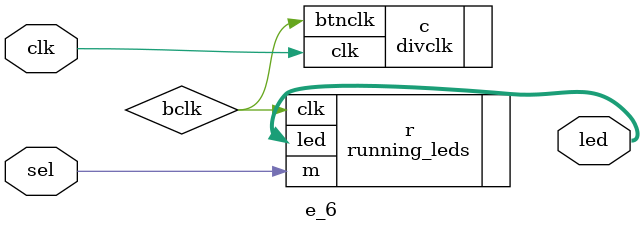
<source format=v>
`timescale 1ns / 1ps


module e_6(
 input sel,
 input clk,
 output [11:0]led
    );
 wire bclk;
 divclk c(.clk(clk),.btnclk(bclk));
 running_leds r(.clk(bclk),.m(sel),.led(led));
 
endmodule

</source>
